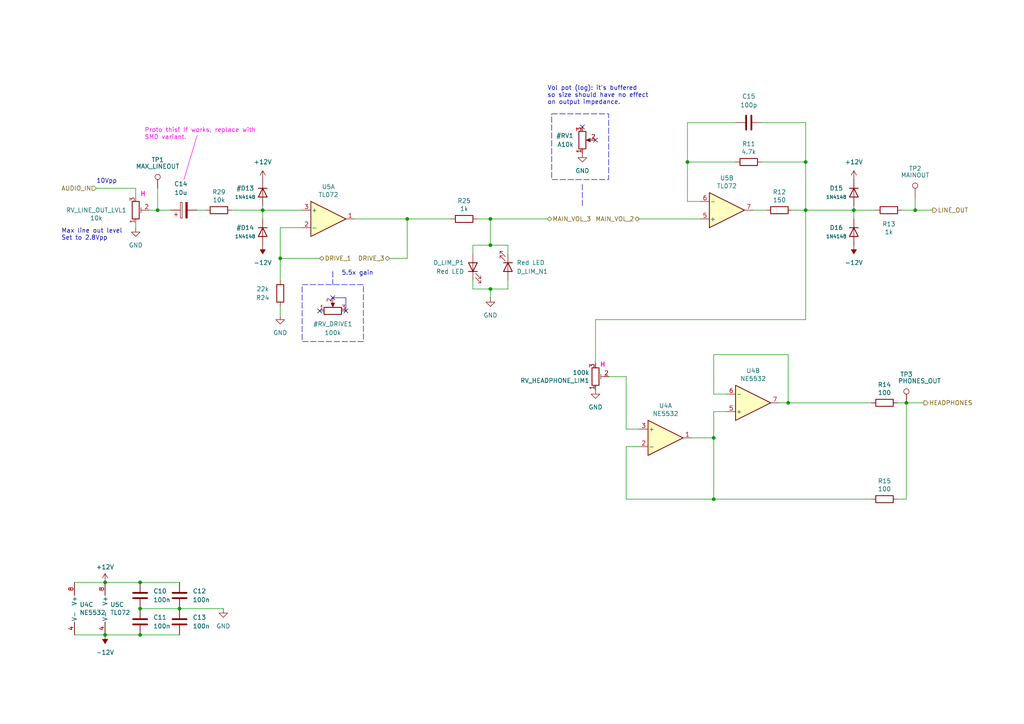
<source format=kicad_sch>
(kicad_sch (version 20250114) (generator "eeschema") (generator_version "9.0")
  (paper "A4")
  (lib_symbols
    (symbol "Amplifier_Operational:NE5532" (pin_names (offset 0.127))
      (property "Reference" "U" (at 0 5.08 0))
      (property "Value" "NE5532" (at 0 -5.08 0))
      (symbol "NE5532_1_1"
        (polyline (pts (xy -5.08 5.08) (xy 5.08 0) (xy -5.08 -5.08) (xy -5.08 5.08)) (stroke (width 0.254)) (fill (type background)))
        (pin input line (at -7.62 2.54 0) (length 2.54) (name "+") (number "3"))
        (pin input line (at -7.62 -2.54 0) (length 2.54) (name "-") (number "2"))
        (pin output line (at 7.62 0 180) (length 2.54) (name "~") (number "1"))
      )
      (symbol "NE5532_2_1"
        (polyline (pts (xy -5.08 5.08) (xy 5.08 0) (xy -5.08 -5.08) (xy -5.08 5.08)) (stroke (width 0.254)) (fill (type background)))
        (pin input line (at -7.62 2.54 0) (length 2.54) (name "+") (number "5"))
        (pin input line (at -7.62 -2.54 0) (length 2.54) (name "-") (number "6"))
        (pin output line (at 7.62 0 180) (length 2.54) (name "~") (number "7"))
      )
      (symbol "NE5532_3_1"
        (pin power_in line (at -2.54 7.62 270) (length 3.81) (name "V+") (number "8"))
        (pin power_in line (at -2.54 -7.62 90) (length 3.81) (name "V-") (number "4"))
      )
    )
    (symbol "Amplifier_Operational:TL072" (pin_names (offset 0.127))
      (property "Reference" "U" (at 0 5.08 0))
      (property "Value" "TL072" (at 0 -5.08 0))
      (symbol "TL072_1_1"
        (polyline (pts (xy -5.08 5.08) (xy 5.08 0) (xy -5.08 -5.08) (xy -5.08 5.08)) (stroke (width 0.254)) (fill (type background)))
        (pin input line (at -7.62 2.54 0) (length 2.54) (name "+") (number "3"))
        (pin input line (at -7.62 -2.54 0) (length 2.54) (name "-") (number "2"))
        (pin output line (at 7.62 0 180) (length 2.54) (name "~") (number "1"))
      )
      (symbol "TL072_2_1"
        (polyline (pts (xy -5.08 5.08) (xy 5.08 0) (xy -5.08 -5.08) (xy -5.08 5.08)) (stroke (width 0.254)) (fill (type background)))
        (pin input line (at -7.62 2.54 0) (length 2.54) (name "+") (number "5"))
        (pin input line (at -7.62 -2.54 0) (length 2.54) (name "-") (number "6"))
        (pin output line (at 7.62 0 180) (length 2.54) (name "~") (number "7"))
      )
      (symbol "TL072_3_1"
        (pin power_in line (at -2.54 7.62 270) (length 3.81) (name "V+") (number "8"))
        (pin power_in line (at -2.54 -7.62 90) (length 3.81) (name "V-") (number "4"))
      )
    )
    (symbol "Connector:TestPoint" (pin_numbers (hide yes)) (pin_names (offset 0.762) (hide yes))
      (property "Reference" "TP" (at 0 6.858 0))
      (property "Value" "TestPoint" (at 0 5.08 0))
      (symbol "TestPoint_0_1"
        (circle (center 0 3.302) (radius 0.762))
      )
      (symbol "TestPoint_1_1"
        (pin passive line (at 0 0 90) (length 2.54) (name "1") (number "1"))
      )
    )
    (symbol "Device:C" (pin_numbers (hide yes)) (pin_names (offset 0.254))
      (property "Reference" "C" (at 0.635 2.54 0))
      (property "Value" "C" (at 0.635 -2.54 0))
      (symbol "C_0_1"
        (polyline (pts (xy -2.032 0.762) (xy 2.032 0.762)) (stroke (width 0.508)))
        (polyline (pts (xy -2.032 -0.762) (xy 2.032 -0.762)) (stroke (width 0.508)))
      )
      (symbol "C_1_1"
        (pin passive line (at 0 3.81 270) (length 2.794) (name "~") (number "1"))
        (pin passive line (at 0 -3.81 90) (length 2.794) (name "~") (number "2"))
      )
    )
    (symbol "Device:C_Polarized" (pin_numbers (hide yes)) (pin_names (offset 0.254))
      (property "Reference" "C" (at 0.635 2.54 0))
      (property "Value" "C_Polarized" (at 0.635 -2.54 0))
      (symbol "C_Polarized_0_1"
        (rectangle (start -2.286 0.508) (end 2.286 1.016))
        (polyline (pts (xy -1.778 2.286) (xy -0.762 2.286)))
        (polyline (pts (xy -1.27 2.794) (xy -1.27 1.778)))
        (rectangle (start 2.286 -0.508) (end -2.286 -1.016) (fill (type outline)))
      )
      (symbol "C_Polarized_1_1"
        (pin passive line (at 0 3.81 270) (length 2.794) (name "~") (number "1"))
        (pin passive line (at 0 -3.81 90) (length 2.794) (name "~") (number "2"))
      )
    )
    (symbol "Device:D" (pin_numbers (hide yes)) (pin_names (offset 1.016) (hide yes))
      (property "Reference" "D" (at 0 2.54 0))
      (property "Value" "D" (at 0 -2.54 0))
      (symbol "D_0_1"
        (polyline (pts (xy -1.27 1.27) (xy -1.27 -1.27)) (stroke (width 0.254)))
        (polyline (pts (xy 1.27 1.27) (xy 1.27 -1.27) (xy -1.27 0) (xy 1.27 1.27)) (stroke (width 0.254)))
        (polyline (pts (xy 1.27 0) (xy -1.27 0)))
      )
      (symbol "D_1_1"
        (pin passive line (at -3.81 0 0) (length 2.54) (name "K") (number "1"))
        (pin passive line (at 3.81 0 180) (length 2.54) (name "A") (number "2"))
      )
    )
    (symbol "Device:R" (pin_numbers (hide yes)) (pin_names (offset 0))
      (property "Reference" "R" (at 2.032 0 90))
      (property "Value" "R" (at 0 0 90))
      (symbol "R_0_1"
        (rectangle (start -1.016 -2.54) (end 1.016 2.54) (stroke (width 0.254)))
      )
      (symbol "R_1_1"
        (pin passive line (at 0 3.81 270) (length 1.27) (name "~") (number "1"))
        (pin passive line (at 0 -3.81 90) (length 1.27) (name "~") (number "2"))
      )
    )
    (symbol "Device:R_Potentiometer" (pin_names (offset 1.016) (hide yes))
      (property "Reference" "RV" (at -4.445 0 90))
      (property "Value" "R_Potentiometer" (at -2.54 0 90))
      (symbol "R_Potentiometer_0_1"
        (rectangle (start 1.016 2.54) (end -1.016 -2.54) (stroke (width 0.254)))
        (polyline (pts (xy 1.143 0) (xy 2.286 0.508) (xy 2.286 -0.508) (xy 1.143 0)) (fill (type outline)))
        (polyline (pts (xy 2.54 0) (xy 1.524 0)))
      )
      (symbol "R_Potentiometer_1_1"
        (pin passive line (at 0 3.81 270) (length 1.27) (name "1") (number "1"))
        (pin passive line (at 0 -3.81 90) (length 1.27) (name "3") (number "3"))
        (pin passive line (at 3.81 0 180) (length 1.27) (name "2") (number "2"))
      )
    )
    (symbol "Device:R_Potentiometer_Trim" (pin_names (offset 1.016) (hide yes))
      (property "Reference" "RV" (at -4.445 0 90))
      (property "Value" "R_Potentiometer_Trim" (at -2.54 0 90))
      (symbol "R_Potentiometer_Trim_0_1"
        (rectangle (start 1.016 2.54) (end -1.016 -2.54) (stroke (width 0.254)))
        (polyline (pts (xy 1.524 0.762) (xy 1.524 -0.762)))
        (polyline (pts (xy 2.54 0) (xy 1.524 0)))
      )
      (symbol "R_Potentiometer_Trim_1_1"
        (pin passive line (at 0 3.81 270) (length 1.27) (name "1") (number "1"))
        (pin passive line (at 0 -3.81 90) (length 1.27) (name "3") (number "3"))
        (pin passive line (at 3.81 0 180) (length 1.27) (name "2") (number "2"))
      )
    )
    (symbol "LED_1" (pin_numbers (hide yes)) (pin_names (offset 1.016) (hide yes))
      (property "Reference" "D" (at 0 2.54 0))
      (property "Value" "LED" (at 0 -2.54 0))
      (symbol "LED_1_0_1"
        (polyline (pts (xy -3.048 -0.762) (xy -4.572 -2.286) (xy -3.81 -2.286) (xy -4.572 -2.286) (xy -4.572 -1.524)))
        (polyline (pts (xy -1.778 -0.762) (xy -3.302 -2.286) (xy -2.54 -2.286) (xy -3.302 -2.286) (xy -3.302 -1.524)))
        (polyline (pts (xy -1.27 0) (xy 1.27 0)))
        (polyline (pts (xy -1.27 -1.27) (xy -1.27 1.27)) (stroke (width 0.254)))
        (polyline (pts (xy 1.27 -1.27) (xy 1.27 1.27) (xy -1.27 0) (xy 1.27 -1.27)) (stroke (width 0.254)))
      )
      (symbol "LED_1_1_1"
        (pin passive line (at -3.81 0 0) (length 2.54) (name "K") (number "1"))
        (pin passive line (at 3.81 0 180) (length 2.54) (name "A") (number "2"))
      )
    )
    (symbol "power:+12V" (power) (pin_numbers (hide yes)) (pin_names (offset 0) (hide yes))
      (property "Value" "+12V" (at 0 3.556 0))
      (symbol "+12V_0_1"
        (polyline (pts (xy -0.762 1.27) (xy 0 2.54)))
        (polyline (pts (xy 0 2.54) (xy 0.762 1.27)))
        (polyline (pts (xy 0 0) (xy 0 2.54)))
      )
      (symbol "+12V_1_1"
        (pin power_in line (at 0 0 90) (length 0) (name "~") (number "1"))
      )
    )
    (symbol "power:-12V" (power) (pin_numbers (hide yes)) (pin_names (offset 0) (hide yes))
      (property "Value" "-12V" (at 0 3.556 0))
      (symbol "-12V_0_0"
        (pin power_in line (at 0 0 90) (length 0) (name "~") (number "1"))
      )
      (symbol "-12V_0_1"
        (polyline (pts (xy 0 0) (xy 0 1.27) (xy 0.762 1.27) (xy 0 2.54) (xy -0.762 1.27) (xy 0 1.27)) (fill (type outline)))
      )
    )
    (symbol "power:GND" (power) (pin_numbers (hide yes)) (pin_names (offset 0) (hide yes))
      (property "Value" "GND" (at 0 -3.81 0))
      (symbol "GND_0_1"
        (polyline (pts (xy 0 0) (xy 0 -1.27) (xy 1.27 -1.27) (xy 0 -2.54) (xy -1.27 -1.27) (xy 0 -1.27)))
      )
      (symbol "GND_1_1"
        (pin power_in line (at 0 0 270) (length 0) (name "~") (number "1"))
      )
    )
  )
  (rectangle (start 160.02 33.02) (end 176.53 52.07) (stroke (width 0) (type dash)))
  (rectangle (start 87.63 82.55) (end 105.41 99.06) (stroke (width 0) (type dash)))
  (text "H" (at 173.99 106.68 0) (effects (font (size 1.27 1.27) (thickness 0.254) (bold yes)) (justify left bottom)))
  (text "Vol pot (log): it's buffered\nso size should have no effect\non output impedance." (at 158.75 30.48 0) (effects (font (size 1.27 1.27)) (justify left bottom)))
  (text "H" (at 40.64 57.15 0) (effects (font (size 1.27 1.27) (thickness 0.254) (bold yes)) (justify left bottom)))
  (text "5.5x gain" (at 99.06 80.01 0) (effects (font (size 1.27 1.27)) (justify left bottom)))
  (text "Proto this! If works, replace with\nSMD variant." (at 41.91 40.64 0) (effects (font (size 1.27 1.27)) (justify left bottom)))
  (text "Max line out level\nSet to 2.8Vpp" (at 17.78 69.85 0) (effects (font (size 1.27 1.27)) (justify left bottom)))
  (text "10Vpp" (at 27.94 53.34 0) (effects (font (size 1.27 1.27)) (justify left bottom)))
  (junction (at 76.2 60.96))
  (junction (at 247.65 60.96))
  (junction (at 233.68 60.96))
  (junction (at 142.24 83.82))
  (junction (at 40.64 176.53))
  (junction (at 233.68 46.99))
  (junction (at 207.01 144.78))
  (junction (at 30.48 184.15))
  (junction (at 199.39 46.99))
  (junction (at 262.89 116.84))
  (junction (at 81.28 74.93))
  (junction (at 30.48 168.91))
  (junction (at 40.64 184.15))
  (junction (at 142.24 63.5))
  (junction (at 265.43 60.96))
  (junction (at 52.07 176.53))
  (junction (at 228.6 116.84))
  (junction (at 118.11 63.5))
  (junction (at 207.01 127))
  (junction (at 40.64 168.91))
  (junction (at 45.72 60.96))
  (junction (at 142.24 71.12))
  (no_connect (at 168.91 36.83))
  (no_connect (at 96.52 86.36))
  (no_connect (at 172.72 40.64))
  (no_connect (at 100.33 90.17))
  (no_connect (at 92.71 90.17))
  (wire (pts (xy 102.87 63.5) (xy 118.11 63.5)))
  (wire (pts (xy 247.65 59.69) (xy 247.65 60.96)))
  (wire (pts (xy 260.35 116.84) (xy 262.89 116.84)))
  (wire (pts (xy 181.61 109.22) (xy 181.61 124.46)))
  (wire (pts (xy 30.48 168.91) (xy 21.59 168.91)))
  (wire (pts (xy 233.68 60.96) (xy 229.87 60.96)))
  (wire (pts (xy 233.68 92.71) (xy 172.72 92.71)))
  (wire (pts (xy 218.44 60.96) (xy 222.25 60.96)))
  (wire (pts (xy 147.32 71.12) (xy 147.32 73.66)))
  (wire (pts (xy 118.11 63.5) (xy 130.81 63.5)))
  (polyline (pts (xy 96.52 86.36) (xy 100.33 86.36)))
  (wire (pts (xy 118.11 63.5) (xy 118.11 74.93)))
  (wire (pts (xy 30.48 168.91) (xy 40.64 168.91)))
  (wire (pts (xy 137.16 83.82) (xy 142.24 83.82)))
  (wire (pts (xy 199.39 46.99) (xy 213.36 46.99)))
  (wire (pts (xy 185.42 129.54) (xy 181.61 129.54)))
  (wire (pts (xy 247.65 60.96) (xy 247.65 63.5)))
  (wire (pts (xy 43.18 60.96) (xy 45.72 60.96)))
  (wire (pts (xy 40.64 184.15) (xy 52.07 184.15)))
  (wire (pts (xy 207.01 102.87) (xy 228.6 102.87)))
  (wire (pts (xy 233.68 35.56) (xy 233.68 46.99)))
  (wire (pts (xy 142.24 63.5) (xy 142.24 71.12)))
  (wire (pts (xy 228.6 116.84) (xy 226.06 116.84)))
  (wire (pts (xy 199.39 58.42) (xy 203.2 58.42)))
  (wire (pts (xy 262.89 116.84) (xy 267.97 116.84)))
  (wire (pts (xy 213.36 35.56) (xy 199.39 35.56)))
  (wire (pts (xy 138.43 63.5) (xy 142.24 63.5)))
  (wire (pts (xy 220.98 35.56) (xy 233.68 35.56)))
  (wire (pts (xy 137.16 71.12) (xy 137.16 73.66)))
  (wire (pts (xy 210.82 119.38) (xy 207.01 119.38)))
  (wire (pts (xy 137.16 81.28) (xy 137.16 83.82)))
  (wire (pts (xy 39.37 57.15) (xy 39.37 54.61)))
  (wire (pts (xy 40.64 176.53) (xy 52.07 176.53)))
  (wire (pts (xy 142.24 86.36) (xy 142.24 83.82)))
  (wire (pts (xy 40.64 168.91) (xy 52.07 168.91)))
  (wire (pts (xy 261.62 60.96) (xy 265.43 60.96)))
  (wire (pts (xy 176.53 109.22) (xy 181.61 109.22)))
  (wire (pts (xy 45.72 54.61) (xy 45.72 60.96)))
  (wire (pts (xy 87.63 66.04) (xy 81.28 66.04)))
  (wire (pts (xy 142.24 63.5) (xy 158.75 63.5)))
  (wire (pts (xy 228.6 116.84) (xy 252.73 116.84)))
  (wire (pts (xy 207.01 144.78) (xy 207.01 127)))
  (wire (pts (xy 181.61 144.78) (xy 207.01 144.78)))
  (wire (pts (xy 199.39 58.42) (xy 199.39 46.99)))
  (wire (pts (xy 207.01 119.38) (xy 207.01 127)))
  (polyline (pts (xy 100.33 86.36) (xy 100.33 90.17)))
  (wire (pts (xy 233.68 60.96) (xy 247.65 60.96)))
  (wire (pts (xy 233.68 46.99) (xy 233.68 60.96)))
  (wire (pts (xy 185.42 124.46) (xy 181.61 124.46)))
  (wire (pts (xy 52.07 176.53) (xy 64.77 176.53)))
  (wire (pts (xy 207.01 144.78) (xy 252.73 144.78)))
  (wire (pts (xy 210.82 114.3) (xy 207.01 114.3)))
  (polyline (pts (xy 168.91 59.69) (xy 168.91 53.34)) (stroke (width 0) (type dash)))
  (wire (pts (xy 265.43 57.15) (xy 265.43 60.96)))
  (wire (pts (xy 76.2 60.96) (xy 87.63 60.96)))
  (polyline (pts (xy 96.52 78.74) (xy 96.52 82.55)) (stroke (width 0) (type dash)))
  (wire (pts (xy 57.15 60.96) (xy 59.69 60.96)))
  (polyline (pts (xy 53.34 52.07) (xy 57.15 39.37)) (stroke (width 0) (type solid) (color 255 0 255 1)))
  (wire (pts (xy 81.28 74.93) (xy 81.28 81.28)))
  (wire (pts (xy 228.6 102.87) (xy 228.6 116.84)))
  (wire (pts (xy 27.94 54.61) (xy 39.37 54.61)))
  (wire (pts (xy 21.59 184.15) (xy 30.48 184.15)))
  (wire (pts (xy 220.98 46.99) (xy 233.68 46.99)))
  (wire (pts (xy 199.39 35.56) (xy 199.39 46.99)))
  (wire (pts (xy 76.2 60.96) (xy 76.2 63.5)))
  (wire (pts (xy 39.37 66.04) (xy 39.37 64.77)))
  (wire (pts (xy 247.65 60.96) (xy 254 60.96)))
  (wire (pts (xy 67.31 60.96) (xy 76.2 60.96)))
  (wire (pts (xy 76.2 59.69) (xy 76.2 60.96)))
  (wire (pts (xy 172.72 92.71) (xy 172.72 105.41)))
  (wire (pts (xy 81.28 74.93) (xy 92.71 74.93)))
  (wire (pts (xy 147.32 71.12) (xy 142.24 71.12)))
  (wire (pts (xy 45.72 60.96) (xy 49.53 60.96)))
  (wire (pts (xy 260.35 144.78) (xy 262.89 144.78)))
  (wire (pts (xy 207.01 114.3) (xy 207.01 102.87)))
  (wire (pts (xy 142.24 83.82) (xy 147.32 83.82)))
  (wire (pts (xy 118.11 74.93) (xy 113.03 74.93)))
  (wire (pts (xy 30.48 184.15) (xy 40.64 184.15)))
  (wire (pts (xy 81.28 66.04) (xy 81.28 74.93)))
  (wire (pts (xy 262.89 116.84) (xy 262.89 144.78)))
  (wire (pts (xy 207.01 127) (xy 200.66 127)))
  (wire (pts (xy 147.32 83.82) (xy 147.32 81.28)))
  (wire (pts (xy 81.28 91.44) (xy 81.28 88.9)))
  (wire (pts (xy 181.61 129.54) (xy 181.61 144.78)))
  (wire (pts (xy 185.42 63.5) (xy 203.2 63.5)))
  (wire (pts (xy 233.68 60.96) (xy 233.68 92.71)))
  (wire (pts (xy 265.43 60.96) (xy 270.51 60.96)))
  (wire (pts (xy 142.24 71.12) (xy 137.16 71.12)))
  (hierarchical_label "MAIN_VOL_2" (shape bidirectional) (at 185.42 63.5 180))
  (hierarchical_label "HEADPHONES" (shape output) (at 267.97 116.84 0))
  (hierarchical_label "MAIN_VOL_3" (shape bidirectional) (at 158.75 63.5 0))
  (hierarchical_label "AUDIO_IN" (shape input) (at 27.94 54.61 180))
  (hierarchical_label "DRIVE_3" (shape bidirectional) (at 113.03 74.93 180))
  (hierarchical_label "DRIVE_1" (shape bidirectional) (at 92.71 74.93 0))
  (hierarchical_label "LINE_OUT" (shape output) (at 270.51 60.96 0))
  (symbol (lib_id "power:GND") (at 168.91 44.45 0) (unit 1)
    (property "Reference" "#PWR037" (effects (hide yes)))
    (property "Value" "GND" (at 168.91 49.53 0))
    (property "Description" "Power symbol creates a global label with name \"GND\" , ground" (effects (hide yes)))
  )
  (symbol (lib_id "Amplifier_Operational:NE5532") (at 218.44 116.84 0) (mirror x) (unit 2)
    (property "Reference" "U4" (at 218.44 107.5182 0))
    (property "Value" "NE5532" (at 218.44 109.8296 0))
    (property "Footprint" "Package_SO:SOIC-8_3.9x4.9mm_P1.27mm" (effects (hide yes)))
    (property "Datasheet" "http://www.ti.com/lit/ds/symlink/ne5532.pdf" (effects (hide yes)))
    (property "LCSC" "C7426" (effects (hide yes)))
    (property "Vendor" "JLCPCB" (effects (hide yes)))
    (property "CHECKED" "YES" (effects (hide yes)))
  )
  (symbol (lib_id "power:-12V") (at 30.48 184.15 180) (unit 1)
    (property "Reference" "#PWR023" (effects (hide yes)))
    (property "Value" "-12V" (at 30.48 189.23 0))
    (property "Description" "Power symbol creates a global label with name \"-12V\"" (effects (hide yes)))
  )
  (symbol (lib_id "Device:R") (at 217.17 46.99 270) (unit 1)
    (property "Reference" "R11" (at 217.17 41.7322 90))
    (property "Value" "4.7k" (at 217.17 44.0436 90))
    (property "Footprint" "Resistor_SMD:R_0603_1608Metric" (effects (hide yes)))
    (property "LCSC" "C23162" (effects (hide yes)))
    (property "Vendor" "JLCPCB" (effects (hide yes)))
    (property "CHECKED" "YES" (effects (hide yes)))
  )
  (symbol (lib_id "power:+12V") (at 30.48 168.91 0) (unit 1)
    (property "Reference" "#PWR022" (effects (hide yes)))
    (property "Value" "+12V" (at 30.48 164.465 0))
    (property "Description" "Power symbol creates a global label with name \"+12V\"" (effects (hide yes)))
  )
  (symbol (lib_id "power:GND") (at 172.72 113.03 0) (unit 1)
    (property "Reference" "#PWR029" (effects (hide yes)))
    (property "Value" "GND" (at 172.72 118.11 0))
    (property "Description" "Power symbol creates a global label with name \"GND\" , ground" (effects (hide yes)))
  )
  (symbol (lib_id "Connector:TestPoint") (at 262.89 116.84 0) (unit 1) (in_bom no)
    (property "Reference" "TP3" (at 262.89 108.585 0))
    (property "Value" "PHONES_OUT" (at 266.7 110.49 0))
    (property "Footprint" "TestPoint:TestPoint_THTPad_2.0x2.0mm_Drill1.0mm" (effects (hide yes)))
    (property "CHECKED" "YES" (effects (hide yes)))
  )
  (symbol (lib_id "Device:R") (at 134.62 63.5 270) (unit 1)
    (property "Reference" "R25" (at 134.62 58.2422 90))
    (property "Value" "1k" (at 134.62 60.5536 90))
    (property "Footprint" "Resistor_SMD:R_0603_1608Metric" (effects (hide yes)))
    (property "LCSC" "C21190" (effects (hide yes)))
    (property "Vendor" "JLCPCB" (effects (hide yes)))
    (property "CHECKED" "YES" (effects (hide yes)))
  )
  (symbol (lib_id "Device:D") (at 247.65 67.31 90) (mirror x) (unit 1)
    (property "Reference" "D16" (at 242.57 66.04 90))
    (property "Value" "1N4148" (at 242.57 68.58 90) (effects (font (size 1 1))))
    (property "Footprint" "Diode_SMD:D_SOD-123" (effects (hide yes)))
    (property "LCSC" "C81598" (effects (hide yes)))
    (property "Sim.Device" "D" (effects (hide yes)))
    (property "Sim.Pins" "1=K 2=A" (effects (hide yes)))
    (property "Vendor" "JLCPCB" (effects (hide yes)))
    (property "CHECKED" "YES" (effects (hide yes)))
  )
  (symbol (lib_id "Device:C") (at 217.17 35.56 90) (unit 1)
    (property "Reference" "C15" (at 217.17 27.94 90))
    (property "Value" "100p" (at 217.17 30.48 90))
    (property "Footprint" "Capacitor_SMD:C_0603_1608Metric" (effects (hide yes)))
    (property "LCSC" "C14858" (effects (hide yes)))
    (property "Vendor" "JLCPCB" (effects (hide yes)))
    (property "CHECKED" "YES" (effects (hide yes)))
  )
  (symbol (lib_id "power:-12V") (at 76.2 71.12 180) (unit 1)
    (property "Reference" "#PWR050" (effects (hide yes)))
    (property "Value" "-12V" (at 76.2 76.2 0))
    (property "Description" "Power symbol creates a global label with name \"-12V\"" (effects (hide yes)))
  )
  (symbol (lib_id "power:+12V") (at 247.65 52.07 0) (unit 1)
    (property "Reference" "#PWR051" (effects (hide yes)))
    (property "Value" "+12V" (at 247.65 46.99 0))
    (property "Description" "Power symbol creates a global label with name \"+12V\"" (effects (hide yes)))
  )
  (symbol (lib_id "Amplifier_Operational:TL072") (at 33.02 176.53 0) (unit 3)
    (property "Reference" "U5" (at 31.9532 175.3616 0) (effects (justify left)))
    (property "Value" "TL072" (at 31.9532 177.673 0) (effects (justify left)))
    (property "Footprint" "Package_SO:SOIC-8_3.9x4.9mm_P1.27mm" (effects (hide yes)))
    (property "Datasheet" "http://www.ti.com/lit/ds/symlink/tl071.pdf" (effects (hide yes)))
    (property "LCSC" "C6961" (effects (hide yes)))
    (property "Vendor" "JLCPCB" (effects (hide yes)))
    (property "CHECKED" "YES" (effects (hide yes)))
  )
  (symbol (lib_id "Amplifier_Operational:NE5532") (at 24.13 176.53 0) (unit 3)
    (property "Reference" "U4" (at 23.0632 175.3616 0) (effects (justify left)))
    (property "Value" "NE5532" (at 23.0632 177.673 0) (effects (justify left)))
    (property "Footprint" "Package_SO:SOIC-8_3.9x4.9mm_P1.27mm" (effects (hide yes)))
    (property "Datasheet" "http://www.ti.com/lit/ds/symlink/ne5532.pdf" (effects (hide yes)))
    (property "LCSC" "C7426" (effects (hide yes)))
    (property "Vendor" "JLCPCB" (effects (hide yes)))
    (property "CHECKED" "YES" (effects (hide yes)))
  )
  (symbol (lib_id "power:GND") (at 81.28 91.44 0) (unit 1)
    (property "Reference" "#PWR026" (effects (hide yes)))
    (property "Value" "GND" (at 81.28 96.52 0))
    (property "Description" "Power symbol creates a global label with name \"GND\" , ground" (effects (hide yes)))
  )
  (symbol (lib_name "LED_1") (lib_id "Device:LED") (at 137.16 77.47 90) (unit 1)
    (property "Reference" "D_LIM_P1" (at 134.62 76.2 90) (effects (justify left)))
    (property "Value" "Red LED" (at 134.62 78.74 90) (effects (justify left)))
    (property "Footprint" "LED_THT:LED_D5.0mm" (effects (hide yes)))
    (property "Description" "Light emitting diode" (effects (hide yes)))
    (property "Sim.Pins" "1=K 2=A" (effects (hide yes)))
    (property "CHECKED" "YES" (effects (hide yes)))
  )
  (symbol (lib_id "Connector:TestPoint") (at 45.72 54.61 0) (unit 1) (in_bom no)
    (property "Reference" "TP1" (at 45.72 46.355 0))
    (property "Value" "MAX_LINEOUT" (at 45.72 48.26 0))
    (property "Footprint" "TestPoint:TestPoint_THTPad_D1.5mm_Drill0.7mm" (effects (hide yes)))
    (property "CHECKED" "YES" (effects (hide yes)))
  )
  (symbol (lib_id "power:GND") (at 64.77 176.53 0) (unit 1)
    (property "Reference" "#PWR025" (effects (hide yes)))
    (property "Value" "GND" (at 64.77 181.61 0))
    (property "Description" "Power symbol creates a global label with name \"GND\" , ground" (effects (hide yes)))
  )
  (symbol (lib_id "Device:R_Potentiometer_Trim") (at 39.37 60.96 0) (mirror x) (unit 1)
    (property "Reference" "RV_LINE_OUT_LVL1" (at 27.94 60.96 0))
    (property "Value" "10k" (at 27.94 63.2714 0))
    (property "Footprint" "Potentiometer_THT:Potentiometer_ACP_CA6-H2,5_Horizontal" (effects (hide yes)))
    (property "Part No." "531-PT6KH-10K " (effects (hide yes)))
    (property "Part URL" "https://mou.sr/4gcYhlU" (effects (hide yes)))
    (property "Vendor" "Mouser" (effects (hide yes)))
    (property "CHECKED" "YES" (effects (hide yes)))
  )
  (symbol (lib_id "Device:C") (at 52.07 180.34 0) (unit 1)
    (property "Reference" "C13" (at 55.88 179.07 0) (effects (justify left)))
    (property "Value" "100n" (at 55.88 181.61 0) (effects (justify left)))
    (property "Footprint" "Capacitor_SMD:C_0603_1608Metric" (effects (hide yes)))
    (property "LCSC" "C14663" (effects (hide yes)))
    (property "Vendor" "JLCPCB" (effects (hide yes)))
    (property "CHECKED" "YES" (effects (hide yes)))
  )
  (symbol (lib_id "power:+12V") (at 76.2 52.07 0) (unit 1)
    (property "Reference" "#PWR049" (effects (hide yes)))
    (property "Value" "+12V" (at 76.2 46.99 0))
    (property "Description" "Power symbol creates a global label with name \"+12V\"" (effects (hide yes)))
  )
  (symbol (lib_id "power:-12V") (at 247.65 71.12 180) (unit 1)
    (property "Reference" "#PWR052" (effects (hide yes)))
    (property "Value" "-12V" (at 247.65 76.2 0))
    (property "Description" "Power symbol creates a global label with name \"-12V\"" (effects (hide yes)))
  )
  (symbol (lib_id "power:GND") (at 142.24 86.36 0) (unit 1)
    (property "Reference" "#PWR028" (effects (hide yes)))
    (property "Value" "GND" (at 142.24 91.44 0))
    (property "Description" "Power symbol creates a global label with name \"GND\" , ground" (effects (hide yes)))
  )
  (symbol (lib_id "Device:R") (at 81.28 85.09 180) (unit 1)
    (property "Reference" "R24" (at 76.2 86.36 0))
    (property "Value" "22k" (at 76.2 83.82 0))
    (property "Footprint" "Resistor_SMD:R_0603_1608Metric" (effects (hide yes)))
    (property "LCSC" "C31850" (effects (hide yes)))
    (property "Vendor" "JLCPCB" (effects (hide yes)))
    (property "CHECKED" "YES" (effects (hide yes)))
  )
  (symbol (lib_id "Device:C") (at 52.07 172.72 0) (unit 1)
    (property "Reference" "C12" (at 55.88 171.45 0) (effects (justify left)))
    (property "Value" "100n" (at 55.88 173.99 0) (effects (justify left)))
    (property "Footprint" "Capacitor_SMD:C_0603_1608Metric" (effects (hide yes)))
    (property "LCSC" "C14663" (effects (hide yes)))
    (property "Vendor" "JLCPCB" (effects (hide yes)))
    (property "CHECKED" "YES" (effects (hide yes)))
  )
  (symbol (lib_id "Device:R_Potentiometer") (at 96.52 90.17 90) (unit 1)
    (property "Reference" "#RV_DRIVE1" (at 96.52 93.98 90))
    (property "Value" "100k" (at 96.52 96.52 90))
    (property "Description" "Potentiometer" (effects (hide yes)))
  )
  (symbol (lib_id "Device:R") (at 226.06 60.96 270) (unit 1)
    (property "Reference" "R12" (at 226.06 55.7022 90))
    (property "Value" "150" (at 226.06 58.0136 90))
    (property "Footprint" "Resistor_SMD:R_0603_1608Metric" (effects (hide yes)))
    (property "LCSC" "C22808" (effects (hide yes)))
    (property "Vendor" "JLCPCB" (effects (hide yes)))
    (property "CHECKED" "YES" (effects (hide yes)))
  )
  (symbol (lib_id "Amplifier_Operational:TL072") (at 210.82 60.96 0) (mirror x) (unit 2)
    (property "Reference" "U5" (at 210.82 51.6382 0))
    (property "Value" "TL072" (at 210.82 53.9496 0))
    (property "Footprint" "Package_SO:SOIC-8_3.9x4.9mm_P1.27mm" (effects (hide yes)))
    (property "Datasheet" "http://www.ti.com/lit/ds/symlink/tl071.pdf" (effects (hide yes)))
    (property "LCSC" "C6961" (effects (hide yes)))
    (property "Vendor" "JLCPCB" (effects (hide yes)))
    (property "CHECKED" "YES" (effects (hide yes)))
  )
  (symbol (lib_id "Device:D") (at 76.2 67.31 90) (mirror x) (unit 1)
    (property "Reference" "#D14" (at 71.12 66.04 90))
    (property "Value" "1N4148" (at 71.12 68.58 90) (effects (font (size 1 1))))
    (property "Footprint" "Diode_SMD:D_SOD-123" (effects (hide yes)))
    (property "LCSC" "C81598" (effects (hide yes)))
    (property "Sim.Device" "D" (effects (hide yes)))
    (property "Sim.Pins" "1=K 2=A" (effects (hide yes)))
    (property "Vendor" "JLCPCB" (effects (hide yes)))
  )
  (symbol (lib_id "Device:R_Potentiometer_Trim") (at 172.72 109.22 0) (mirror x) (unit 1)
    (property "Reference" "RV_HEADPHONE_LIM1" (at 170.942 110.3884 0) (effects (justify right)))
    (property "Value" "100k" (at 170.942 108.077 0) (effects (justify right)))
    (property "Footprint" "Potentiometer_THT:Potentiometer_ACP_CA6-H2,5_Horizontal" (effects (hide yes)))
    (property "Part No." "531-PT6KH104A1010PM " (effects (hide yes)))
    (property "Part URL" "https://mou.sr/49zQlIS" (effects (hide yes)))
    (property "Vendor" "Mouser" (effects (hide yes)))
    (property "CHECKED" "YES" (effects (hide yes)))
  )
  (symbol (lib_id "Device:C") (at 40.64 180.34 0) (unit 1)
    (property "Reference" "C11" (at 44.45 179.07 0) (effects (justify left)))
    (property "Value" "100n" (at 44.45 181.61 0) (effects (justify left)))
    (property "Footprint" "Capacitor_SMD:C_0603_1608Metric" (effects (hide yes)))
    (property "LCSC" "C14663" (effects (hide yes)))
    (property "Vendor" "JLCPCB" (effects (hide yes)))
    (property "CHECKED" "YES" (effects (hide yes)))
  )
  (symbol (lib_id "Amplifier_Operational:NE5532") (at 193.04 127 0) (unit 1)
    (property "Reference" "U4" (at 193.04 117.6782 0))
    (property "Value" "NE5532" (at 193.04 119.9896 0))
    (property "Footprint" "Package_SO:SOIC-8_3.9x4.9mm_P1.27mm" (effects (hide yes)))
    (property "Datasheet" "http://www.ti.com/lit/ds/symlink/ne5532.pdf" (effects (hide yes)))
    (property "LCSC" "C7426" (effects (hide yes)))
    (property "Vendor" "JLCPCB" (effects (hide yes)))
    (property "CHECKED" "YES" (effects (hide yes)))
  )
  (symbol (lib_id "Device:R") (at 256.54 116.84 270) (unit 1)
    (property "Reference" "R14" (at 256.54 111.5822 90))
    (property "Value" "100" (at 256.54 113.8936 90))
    (property "Footprint" "Resistor_SMD:R_0603_1608Metric" (effects (hide yes)))
    (property "LCSC" "C22775" (effects (hide yes)))
    (property "Vendor" "JLCPCB" (effects (hide yes)))
    (property "CHECKED" "YES" (effects (hide yes)))
  )
  (symbol (lib_id "Device:R_Potentiometer") (at 168.91 40.64 0) (mirror x) (unit 1)
    (property "Reference" "#RV1" (at 166.37 39.3699 0) (effects (justify right)))
    (property "Value" "A10k" (at 166.37 41.9099 0) (effects (justify right)))
    (property "Description" "Potentiometer" (effects (hide yes)))
  )
  (symbol (lib_id "Device:R") (at 257.81 60.96 90) (unit 1)
    (property "Reference" "R13" (at 257.81 64.9986 90))
    (property "Value" "1k" (at 257.81 67.31 90))
    (property "Footprint" "Resistor_SMD:R_0603_1608Metric" (effects (hide yes)))
    (property "LCSC" "C21190" (effects (hide yes)))
    (property "Vendor" "JLCPCB" (effects (hide yes)))
    (property "CHECKED" "YES" (effects (hide yes)))
  )
  (symbol (lib_id "power:GND") (at 39.37 66.04 0) (unit 1)
    (property "Reference" "#PWR024" (effects (hide yes)))
    (property "Value" "GND" (at 39.37 71.12 0))
    (property "Description" "Power symbol creates a global label with name \"GND\" , ground" (effects (hide yes)))
  )
  (symbol (lib_id "Device:D") (at 76.2 55.88 90) (mirror x) (unit 1)
    (property "Reference" "#D13" (at 71.12 54.61 90))
    (property "Value" "1N4148" (at 71.12 57.15 90) (effects (font (size 1 1))))
    (property "Footprint" "Diode_SMD:D_SOD-123" (effects (hide yes)))
    (property "LCSC" "C81598" (effects (hide yes)))
    (property "Sim.Device" "D" (effects (hide yes)))
    (property "Sim.Pins" "1=K 2=A" (effects (hide yes)))
    (property "Vendor" "JLCPCB" (effects (hide yes)))
  )
  (symbol (lib_name "LED_1") (lib_id "Device:LED") (at 147.32 77.47 270) (unit 1)
    (property "Reference" "D_LIM_N1" (at 149.86 78.74 90) (effects (justify left)))
    (property "Value" "Red LED" (at 149.86 76.2 90) (effects (justify left)))
    (property "Footprint" "LED_THT:LED_D3.0mm" (effects (hide yes)))
    (property "Description" "Light emitting diode" (effects (hide yes)))
    (property "Sim.Pins" "1=K 2=A" (effects (hide yes)))
    (property "CHECKED" "YES" (effects (hide yes)))
  )
  (symbol (lib_id "Connector:TestPoint") (at 265.43 57.15 0) (unit 1) (in_bom no)
    (property "Reference" "TP2" (at 265.43 48.895 0))
    (property "Value" "MAINOUT" (at 265.43 50.8 0))
    (property "Footprint" "TestPoint:TestPoint_THTPad_2.0x2.0mm_Drill1.0mm" (effects (hide yes)))
    (property "CHECKED" "YES" (effects (hide yes)))
  )
  (symbol (lib_id "Device:D") (at 247.65 55.88 90) (mirror x) (unit 1)
    (property "Reference" "D15" (at 242.57 54.61 90))
    (property "Value" "1N4148" (at 242.57 57.15 90) (effects (font (size 1 1))))
    (property "Footprint" "Diode_SMD:D_SOD-123" (effects (hide yes)))
    (property "LCSC" "C81598" (effects (hide yes)))
    (property "Sim.Device" "D" (effects (hide yes)))
    (property "Sim.Pins" "1=K 2=A" (effects (hide yes)))
    (property "Vendor" "JLCPCB" (effects (hide yes)))
    (property "CHECKED" "YES" (effects (hide yes)))
  )
  (symbol (lib_id "Device:R") (at 256.54 144.78 270) (unit 1)
    (property "Reference" "R15" (at 256.54 139.5222 90))
    (property "Value" "100" (at 256.54 141.8336 90))
    (property "Footprint" "Resistor_SMD:R_0603_1608Metric" (effects (hide yes)))
    (property "LCSC" "C22775" (effects (hide yes)))
    (property "Vendor" "JLCPCB" (effects (hide yes)))
    (property "CHECKED" "YES" (effects (hide yes)))
  )
  (symbol (lib_id "Device:C") (at 40.64 172.72 0) (unit 1)
    (property "Reference" "C10" (at 44.45 171.45 0) (effects (justify left)))
    (property "Value" "100n" (at 44.45 173.99 0) (effects (justify left)))
    (property "Footprint" "Capacitor_SMD:C_0603_1608Metric" (effects (hide yes)))
    (property "LCSC" "C14663" (effects (hide yes)))
    (property "Vendor" "JLCPCB" (effects (hide yes)))
    (property "CHECKED" "YES" (effects (hide yes)))
  )
  (symbol (lib_id "Device:R") (at 63.5 60.96 270) (unit 1)
    (property "Reference" "R29" (at 63.5 55.7022 90))
    (property "Value" "10k" (at 63.5 58.0136 90))
    (property "Footprint" "Resistor_SMD:R_0603_1608Metric" (effects (hide yes)))
    (property "LCSC" "C25804" (effects (hide yes)))
    (property "Vendor" "JLCPCB" (effects (hide yes)))
    (property "CHECKED" "YES" (effects (hide yes)))
  )
  (symbol (lib_id "Device:C_Polarized") (at 53.34 60.96 90) (unit 1)
    (property "Reference" "C14" (at 52.451 53.34 90))
    (property "Value" "10u" (at 52.451 55.88 90))
    (property "Footprint" "Capacitor_SMD:CP_Elec_5x5.4" (effects (hide yes)))
    (property "Description" "Polarized capacitor" (effects (hide yes)))
    (property "Vendor" "JLCPCB" (effects (hide yes)))
    (property "LCSC" "C4747971" (effects (hide yes)))
    (property "CHECKED" "YES" (effects (hide yes)))
  )
  (symbol (lib_id "Amplifier_Operational:TL072") (at 95.25 63.5 0) (unit 1)
    (property "Reference" "U5" (at 95.25 54.1782 0))
    (property "Value" "TL072" (at 95.25 56.4896 0))
    (property "Footprint" "Package_SO:SOIC-8_3.9x4.9mm_P1.27mm" (effects (hide yes)))
    (property "Datasheet" "http://www.ti.com/lit/ds/symlink/tl071.pdf" (effects (hide yes)))
    (property "LCSC" "C6961" (effects (hide yes)))
    (property "Vendor" "JLCPCB" (effects (hide yes)))
    (property "CHECKED" "YES" (effects (hide yes)))
  )
)
</source>
